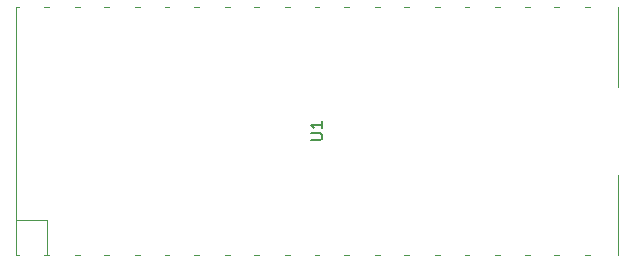
<source format=gbr>
%TF.GenerationSoftware,KiCad,Pcbnew,6.0.6-3a73a75311~116~ubuntu21.10.1*%
%TF.CreationDate,2022-10-28T18:02:49+02:00*%
%TF.ProjectId,Keyboard,4b657962-6f61-4726-942e-6b696361645f,v1*%
%TF.SameCoordinates,Original*%
%TF.FileFunction,Legend,Top*%
%TF.FilePolarity,Positive*%
%FSLAX46Y46*%
G04 Gerber Fmt 4.6, Leading zero omitted, Abs format (unit mm)*
G04 Created by KiCad (PCBNEW 6.0.6-3a73a75311~116~ubuntu21.10.1) date 2022-10-28 18:02:49*
%MOMM*%
%LPD*%
G01*
G04 APERTURE LIST*
%ADD10C,0.150000*%
%ADD11C,0.120000*%
G04 APERTURE END LIST*
D10*
%TO.C,U1*%
X99433380Y-66957304D02*
X100242904Y-66957304D01*
X100338142Y-66909685D01*
X100385761Y-66862066D01*
X100433380Y-66766828D01*
X100433380Y-66576352D01*
X100385761Y-66481114D01*
X100338142Y-66433495D01*
X100242904Y-66385876D01*
X99433380Y-66385876D01*
X100433380Y-65385876D02*
X100433380Y-65957304D01*
X100433380Y-65671590D02*
X99433380Y-65671590D01*
X99576238Y-65766828D01*
X99671476Y-65862066D01*
X99719095Y-65957304D01*
D11*
X120081000Y-76695400D02*
X120481000Y-76695400D01*
X122681000Y-55695400D02*
X123081000Y-55695400D01*
X92181000Y-76695400D02*
X92581000Y-76695400D01*
X125481000Y-55695400D02*
X125481000Y-62495400D01*
X81981000Y-55695400D02*
X82381000Y-55695400D01*
X115081000Y-55695400D02*
X115481000Y-55695400D01*
X89581000Y-76695400D02*
X89981000Y-76695400D01*
X87081000Y-55695400D02*
X87481000Y-55695400D01*
X112481000Y-76695400D02*
X112881000Y-76695400D01*
X76881000Y-76695400D02*
X77281000Y-76695400D01*
X77148000Y-76695400D02*
X77148000Y-73688400D01*
X94681000Y-55695400D02*
X95081000Y-55695400D01*
X99781000Y-76695400D02*
X100181000Y-76695400D01*
X79481000Y-76695400D02*
X79881000Y-76695400D01*
X125481000Y-69895400D02*
X125481000Y-76695400D01*
X97281000Y-76695400D02*
X97681000Y-76695400D01*
X77148000Y-73688400D02*
X74481000Y-73688400D01*
X74481000Y-76695400D02*
X74781000Y-76695400D01*
X109981000Y-55695400D02*
X110381000Y-55695400D01*
X79481000Y-55695400D02*
X79881000Y-55695400D01*
X104881000Y-76695400D02*
X105281000Y-76695400D01*
X92181000Y-55695400D02*
X92581000Y-55695400D01*
X76881000Y-55695400D02*
X77281000Y-55695400D01*
X117581000Y-76695400D02*
X117981000Y-76695400D01*
X109981000Y-76695400D02*
X110381000Y-76695400D01*
X120081000Y-55695400D02*
X120481000Y-55695400D01*
X112481000Y-55695400D02*
X112881000Y-55695400D01*
X74481000Y-76695400D02*
X74481000Y-55695400D01*
X84581000Y-76695400D02*
X84981000Y-76695400D01*
X84581000Y-55695400D02*
X84981000Y-55695400D01*
X115081000Y-76695400D02*
X115481000Y-76695400D01*
X97281000Y-55695400D02*
X97681000Y-55695400D01*
X99781000Y-55695400D02*
X100181000Y-55695400D01*
X117581000Y-55695400D02*
X117981000Y-55695400D01*
X89581000Y-55695400D02*
X89981000Y-55695400D01*
X107381000Y-76695400D02*
X107781000Y-76695400D01*
X107381000Y-55695400D02*
X107781000Y-55695400D01*
X94681000Y-76695400D02*
X95081000Y-76695400D01*
X102281000Y-76695400D02*
X102681000Y-76695400D01*
X81981000Y-76695400D02*
X82381000Y-76695400D01*
X87081000Y-76695400D02*
X87481000Y-76695400D01*
X102281000Y-55695400D02*
X102681000Y-55695400D01*
X122681000Y-76695400D02*
X123081000Y-76695400D01*
X104881000Y-55695400D02*
X105281000Y-55695400D01*
X74481000Y-55695400D02*
X74781000Y-55695400D01*
%TD*%
M02*

</source>
